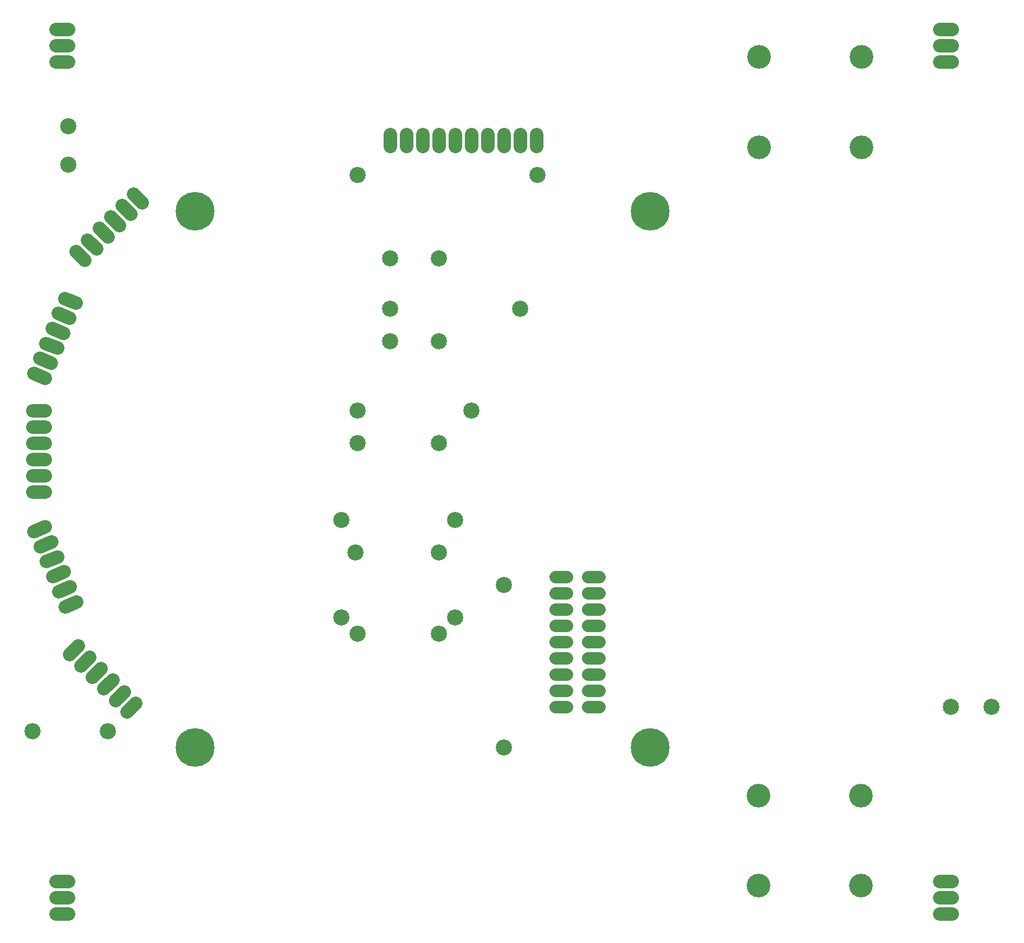
<source format=gbr>
G04 EAGLE Gerber RS-274X export*
G75*
%MOMM*%
%FSLAX34Y34*%
%LPD*%
%INSoldermask Bottom*%
%IPPOS*%
%AMOC8*
5,1,8,0,0,1.08239X$1,22.5*%
G01*
G04 Define Apertures*
%ADD10C,1.981200*%
%ADD11C,6.045200*%
%ADD12C,3.703200*%
%ADD13C,2.133600*%
%ADD14C,2.527200*%
D10*
X911315Y342900D02*
X893535Y342900D01*
X893535Y368300D02*
X911315Y368300D01*
X911315Y393700D02*
X893535Y393700D01*
X893535Y419100D02*
X911315Y419100D01*
X944335Y342900D02*
X962115Y342900D01*
X962115Y368300D02*
X944335Y368300D01*
X944335Y393700D02*
X962115Y393700D01*
X962115Y419100D02*
X944335Y419100D01*
X911315Y444500D02*
X893535Y444500D01*
X944335Y444500D02*
X962115Y444500D01*
X911315Y469900D02*
X893535Y469900D01*
X944335Y469900D02*
X962115Y469900D01*
X911315Y495300D02*
X893535Y495300D01*
X944335Y495300D02*
X962115Y495300D01*
X911315Y520700D02*
X893535Y520700D01*
X944335Y520700D02*
X962115Y520700D01*
X911315Y546100D02*
X893535Y546100D01*
X944335Y546100D02*
X962115Y546100D01*
D11*
X330200Y279400D03*
X330200Y1117600D03*
X1041400Y1117600D03*
X1041400Y279400D03*
D12*
X1211580Y1217930D03*
X1211580Y1358900D03*
X1371600Y1217930D03*
X1371600Y1358900D03*
X1371220Y204470D03*
X1371220Y63500D03*
X1211200Y204470D03*
X1211200Y63500D03*
D13*
X635000Y1219200D02*
X635000Y1238504D01*
X660400Y1238504D02*
X660400Y1219200D01*
X685800Y1219200D02*
X685800Y1238504D01*
X711200Y1238504D02*
X711200Y1219200D01*
X736600Y1219200D02*
X736600Y1238504D01*
X762000Y1238504D02*
X762000Y1219200D01*
X787400Y1219200D02*
X787400Y1238504D01*
X812800Y1238504D02*
X812800Y1219200D01*
X838200Y1219200D02*
X838200Y1238504D01*
X863600Y1238504D02*
X863600Y1219200D01*
X132080Y70612D02*
X112776Y70612D01*
X112776Y45212D02*
X132080Y45212D01*
X132080Y19812D02*
X112776Y19812D01*
X112776Y1402463D02*
X132080Y1402463D01*
X132080Y1377063D02*
X112776Y1377063D01*
X112776Y1351663D02*
X132080Y1351663D01*
X1493520Y1351280D02*
X1512824Y1351280D01*
X1512824Y1376680D02*
X1493520Y1376680D01*
X1493520Y1402080D02*
X1512824Y1402080D01*
X1512824Y19812D02*
X1493520Y19812D01*
X1493520Y45212D02*
X1512824Y45212D01*
X1512824Y70612D02*
X1493520Y70612D01*
X157871Y1041795D02*
X144221Y1055445D01*
X162182Y1073405D02*
X175832Y1059755D01*
X193792Y1077716D02*
X180142Y1091366D01*
X198103Y1109326D02*
X211753Y1095676D01*
X229713Y1113637D02*
X216063Y1127287D01*
X234024Y1145247D02*
X247674Y1131597D01*
X95367Y857201D02*
X77533Y864589D01*
X87253Y888055D02*
X105087Y880668D01*
X114808Y904134D02*
X96973Y911522D01*
X106693Y934988D02*
X124528Y927601D01*
X134248Y951068D02*
X116413Y958455D01*
X126134Y981921D02*
X143968Y974534D01*
X95377Y679450D02*
X76073Y679450D01*
X76073Y704850D02*
X95377Y704850D01*
X95377Y730250D02*
X76073Y730250D01*
X76073Y755650D02*
X95377Y755650D01*
X95377Y781050D02*
X76073Y781050D01*
X76073Y806450D02*
X95377Y806450D01*
X144580Y507547D02*
X126746Y500159D01*
X117026Y523626D02*
X134860Y531013D01*
X125140Y554480D02*
X107306Y547092D01*
X97585Y570559D02*
X115420Y577946D01*
X105700Y601413D02*
X87865Y594025D01*
X78145Y617492D02*
X95980Y624879D01*
X237074Y349340D02*
X223424Y335690D01*
X205463Y353650D02*
X219113Y367300D01*
X201153Y385261D02*
X187503Y371611D01*
X169542Y389571D02*
X183192Y403221D01*
X165232Y421182D02*
X151582Y407532D01*
X133621Y425492D02*
X147271Y439142D01*
D14*
X76200Y304800D03*
X193739Y304800D03*
X132080Y1190625D03*
X132080Y1250950D03*
X1511300Y342900D03*
X1574800Y342900D03*
X584200Y755650D03*
X711200Y755650D03*
X581025Y584200D03*
X711200Y584200D03*
X584200Y457200D03*
X711200Y457200D03*
X635000Y914400D03*
X711200Y914400D03*
X635000Y1044575D03*
X711200Y1044575D03*
X736600Y482600D03*
X558800Y482600D03*
X736600Y635000D03*
X558800Y635000D03*
X762000Y806450D03*
X584200Y806450D03*
X635000Y965200D03*
X838200Y965200D03*
X864966Y1174750D03*
X584200Y1174750D03*
X812800Y279400D03*
X812800Y533400D03*
M02*

</source>
